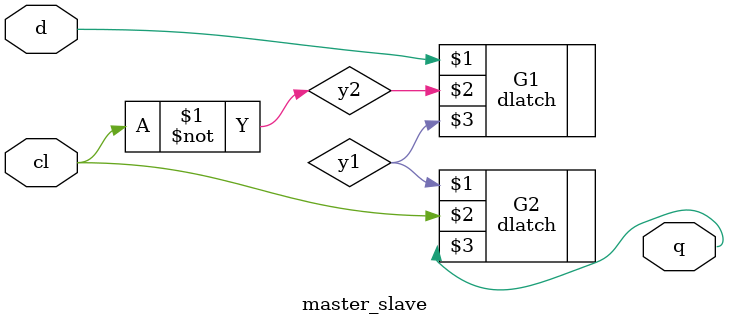
<source format=sv>
`timescale 1ns/1ns
module master_slave (input d,cl, output q);
	wire y1,y2;
	not N (y2, cl);
	dlatch G1 (d, y2, y1);
	dlatch G2 (y1, cl, q);
endmodule
</source>
